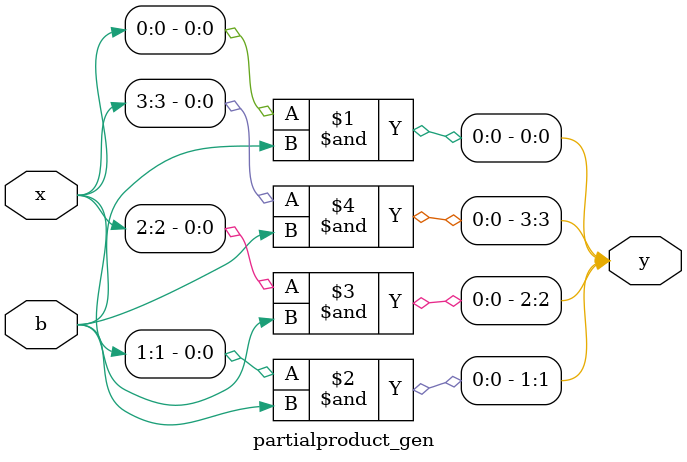
<source format=v>
`timescale 1ns / 1ps


module partialproduct_gen(
    input [3:0] x,
    input b,
    output [3:0] y
    );
    and g1(y[0],x[0],b);
    and g2(y[1],x[1],b);
    and g3(y[2],x[2],b);
    and g4(y[3],x[3],b);
endmodule

</source>
